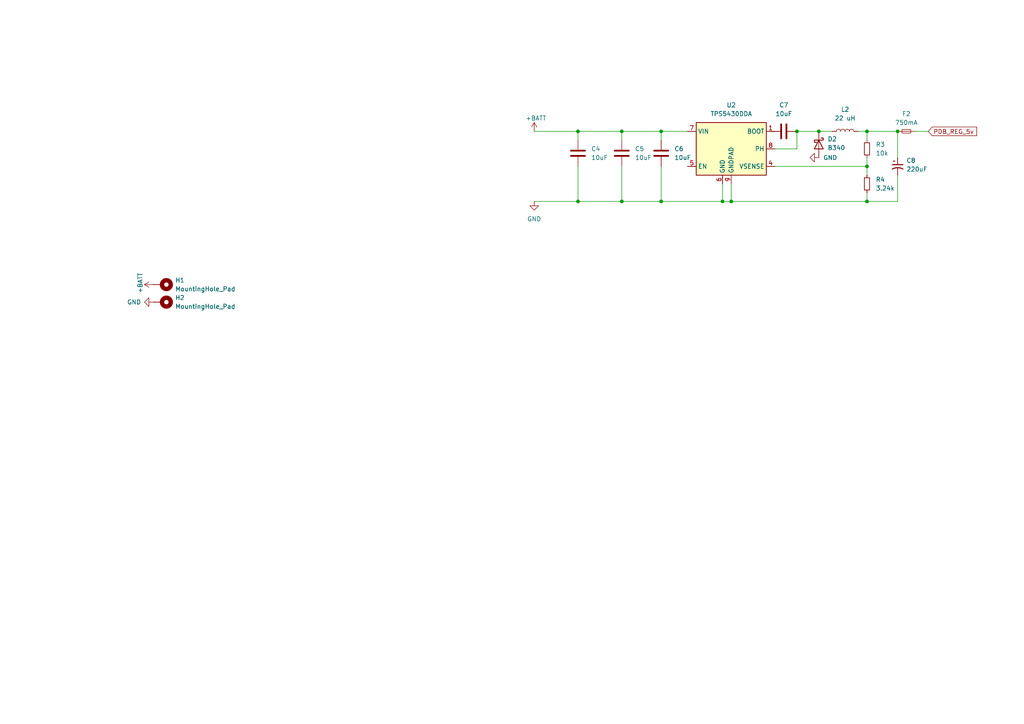
<source format=kicad_sch>
(kicad_sch (version 20211123) (generator eeschema)

  (uuid 51c85ec5-fb47-481e-a4a0-97aa5015a916)

  (paper "A4")

  (lib_symbols
    (symbol "Device:C" (pin_numbers hide) (pin_names (offset 0.254)) (in_bom yes) (on_board yes)
      (property "Reference" "C" (id 0) (at 0.635 2.54 0)
        (effects (font (size 1.27 1.27)) (justify left))
      )
      (property "Value" "C" (id 1) (at 0.635 -2.54 0)
        (effects (font (size 1.27 1.27)) (justify left))
      )
      (property "Footprint" "" (id 2) (at 0.9652 -3.81 0)
        (effects (font (size 1.27 1.27)) hide)
      )
      (property "Datasheet" "~" (id 3) (at 0 0 0)
        (effects (font (size 1.27 1.27)) hide)
      )
      (property "ki_keywords" "cap capacitor" (id 4) (at 0 0 0)
        (effects (font (size 1.27 1.27)) hide)
      )
      (property "ki_description" "Unpolarized capacitor" (id 5) (at 0 0 0)
        (effects (font (size 1.27 1.27)) hide)
      )
      (property "ki_fp_filters" "C_*" (id 6) (at 0 0 0)
        (effects (font (size 1.27 1.27)) hide)
      )
      (symbol "C_0_1"
        (polyline
          (pts
            (xy -2.032 -0.762)
            (xy 2.032 -0.762)
          )
          (stroke (width 0.508) (type default) (color 0 0 0 0))
          (fill (type none))
        )
        (polyline
          (pts
            (xy -2.032 0.762)
            (xy 2.032 0.762)
          )
          (stroke (width 0.508) (type default) (color 0 0 0 0))
          (fill (type none))
        )
      )
      (symbol "C_1_1"
        (pin passive line (at 0 3.81 270) (length 2.794)
          (name "~" (effects (font (size 1.27 1.27))))
          (number "1" (effects (font (size 1.27 1.27))))
        )
        (pin passive line (at 0 -3.81 90) (length 2.794)
          (name "~" (effects (font (size 1.27 1.27))))
          (number "2" (effects (font (size 1.27 1.27))))
        )
      )
    )
    (symbol "Device:C_Polarized_Small_US" (pin_numbers hide) (pin_names (offset 0.254) hide) (in_bom yes) (on_board yes)
      (property "Reference" "C" (id 0) (at 0.254 1.778 0)
        (effects (font (size 1.27 1.27)) (justify left))
      )
      (property "Value" "C_Polarized_Small_US" (id 1) (at 0.254 -2.032 0)
        (effects (font (size 1.27 1.27)) (justify left))
      )
      (property "Footprint" "" (id 2) (at 0 0 0)
        (effects (font (size 1.27 1.27)) hide)
      )
      (property "Datasheet" "~" (id 3) (at 0 0 0)
        (effects (font (size 1.27 1.27)) hide)
      )
      (property "ki_keywords" "cap capacitor" (id 4) (at 0 0 0)
        (effects (font (size 1.27 1.27)) hide)
      )
      (property "ki_description" "Polarized capacitor, small US symbol" (id 5) (at 0 0 0)
        (effects (font (size 1.27 1.27)) hide)
      )
      (property "ki_fp_filters" "CP_*" (id 6) (at 0 0 0)
        (effects (font (size 1.27 1.27)) hide)
      )
      (symbol "C_Polarized_Small_US_0_1"
        (polyline
          (pts
            (xy -1.524 0.508)
            (xy 1.524 0.508)
          )
          (stroke (width 0.3048) (type default) (color 0 0 0 0))
          (fill (type none))
        )
        (polyline
          (pts
            (xy -1.27 1.524)
            (xy -0.762 1.524)
          )
          (stroke (width 0) (type default) (color 0 0 0 0))
          (fill (type none))
        )
        (polyline
          (pts
            (xy -1.016 1.27)
            (xy -1.016 1.778)
          )
          (stroke (width 0) (type default) (color 0 0 0 0))
          (fill (type none))
        )
        (arc (start 1.524 -0.762) (mid 0 -0.3734) (end -1.524 -0.762)
          (stroke (width 0.3048) (type default) (color 0 0 0 0))
          (fill (type none))
        )
      )
      (symbol "C_Polarized_Small_US_1_1"
        (pin passive line (at 0 2.54 270) (length 2.032)
          (name "~" (effects (font (size 1.27 1.27))))
          (number "1" (effects (font (size 1.27 1.27))))
        )
        (pin passive line (at 0 -2.54 90) (length 2.032)
          (name "~" (effects (font (size 1.27 1.27))))
          (number "2" (effects (font (size 1.27 1.27))))
        )
      )
    )
    (symbol "Device:Fuse_Small" (pin_numbers hide) (pin_names (offset 0.254) hide) (in_bom yes) (on_board yes)
      (property "Reference" "F" (id 0) (at 0 -1.524 0)
        (effects (font (size 1.27 1.27)))
      )
      (property "Value" "Fuse_Small" (id 1) (at 0 1.524 0)
        (effects (font (size 1.27 1.27)))
      )
      (property "Footprint" "" (id 2) (at 0 0 0)
        (effects (font (size 1.27 1.27)) hide)
      )
      (property "Datasheet" "~" (id 3) (at 0 0 0)
        (effects (font (size 1.27 1.27)) hide)
      )
      (property "ki_keywords" "fuse" (id 4) (at 0 0 0)
        (effects (font (size 1.27 1.27)) hide)
      )
      (property "ki_description" "Fuse, small symbol" (id 5) (at 0 0 0)
        (effects (font (size 1.27 1.27)) hide)
      )
      (property "ki_fp_filters" "SM*" (id 6) (at 0 0 0)
        (effects (font (size 1.27 1.27)) hide)
      )
      (symbol "Fuse_Small_0_1"
        (rectangle (start -1.27 0.508) (end 1.27 -0.508)
          (stroke (width 0) (type default) (color 0 0 0 0))
          (fill (type none))
        )
        (polyline
          (pts
            (xy -1.27 0)
            (xy 1.27 0)
          )
          (stroke (width 0) (type default) (color 0 0 0 0))
          (fill (type none))
        )
      )
      (symbol "Fuse_Small_1_1"
        (pin passive line (at -2.54 0 0) (length 1.27)
          (name "~" (effects (font (size 1.27 1.27))))
          (number "1" (effects (font (size 1.27 1.27))))
        )
        (pin passive line (at 2.54 0 180) (length 1.27)
          (name "~" (effects (font (size 1.27 1.27))))
          (number "2" (effects (font (size 1.27 1.27))))
        )
      )
    )
    (symbol "Device:L" (pin_numbers hide) (pin_names (offset 1.016) hide) (in_bom yes) (on_board yes)
      (property "Reference" "L" (id 0) (at -1.27 0 90)
        (effects (font (size 1.27 1.27)))
      )
      (property "Value" "L" (id 1) (at 1.905 0 90)
        (effects (font (size 1.27 1.27)))
      )
      (property "Footprint" "" (id 2) (at 0 0 0)
        (effects (font (size 1.27 1.27)) hide)
      )
      (property "Datasheet" "~" (id 3) (at 0 0 0)
        (effects (font (size 1.27 1.27)) hide)
      )
      (property "ki_keywords" "inductor choke coil reactor magnetic" (id 4) (at 0 0 0)
        (effects (font (size 1.27 1.27)) hide)
      )
      (property "ki_description" "Inductor" (id 5) (at 0 0 0)
        (effects (font (size 1.27 1.27)) hide)
      )
      (property "ki_fp_filters" "Choke_* *Coil* Inductor_* L_*" (id 6) (at 0 0 0)
        (effects (font (size 1.27 1.27)) hide)
      )
      (symbol "L_0_1"
        (arc (start 0 -2.54) (mid 0.635 -1.905) (end 0 -1.27)
          (stroke (width 0) (type default) (color 0 0 0 0))
          (fill (type none))
        )
        (arc (start 0 -1.27) (mid 0.635 -0.635) (end 0 0)
          (stroke (width 0) (type default) (color 0 0 0 0))
          (fill (type none))
        )
        (arc (start 0 0) (mid 0.635 0.635) (end 0 1.27)
          (stroke (width 0) (type default) (color 0 0 0 0))
          (fill (type none))
        )
        (arc (start 0 1.27) (mid 0.635 1.905) (end 0 2.54)
          (stroke (width 0) (type default) (color 0 0 0 0))
          (fill (type none))
        )
      )
      (symbol "L_1_1"
        (pin passive line (at 0 3.81 270) (length 1.27)
          (name "1" (effects (font (size 1.27 1.27))))
          (number "1" (effects (font (size 1.27 1.27))))
        )
        (pin passive line (at 0 -3.81 90) (length 1.27)
          (name "2" (effects (font (size 1.27 1.27))))
          (number "2" (effects (font (size 1.27 1.27))))
        )
      )
    )
    (symbol "Device:R_Small" (pin_numbers hide) (pin_names (offset 0.254) hide) (in_bom yes) (on_board yes)
      (property "Reference" "R" (id 0) (at 0.762 0.508 0)
        (effects (font (size 1.27 1.27)) (justify left))
      )
      (property "Value" "R_Small" (id 1) (at 0.762 -1.016 0)
        (effects (font (size 1.27 1.27)) (justify left))
      )
      (property "Footprint" "" (id 2) (at 0 0 0)
        (effects (font (size 1.27 1.27)) hide)
      )
      (property "Datasheet" "~" (id 3) (at 0 0 0)
        (effects (font (size 1.27 1.27)) hide)
      )
      (property "ki_keywords" "R resistor" (id 4) (at 0 0 0)
        (effects (font (size 1.27 1.27)) hide)
      )
      (property "ki_description" "Resistor, small symbol" (id 5) (at 0 0 0)
        (effects (font (size 1.27 1.27)) hide)
      )
      (property "ki_fp_filters" "R_*" (id 6) (at 0 0 0)
        (effects (font (size 1.27 1.27)) hide)
      )
      (symbol "R_Small_0_1"
        (rectangle (start -0.762 1.778) (end 0.762 -1.778)
          (stroke (width 0.2032) (type default) (color 0 0 0 0))
          (fill (type none))
        )
      )
      (symbol "R_Small_1_1"
        (pin passive line (at 0 2.54 270) (length 0.762)
          (name "~" (effects (font (size 1.27 1.27))))
          (number "1" (effects (font (size 1.27 1.27))))
        )
        (pin passive line (at 0 -2.54 90) (length 0.762)
          (name "~" (effects (font (size 1.27 1.27))))
          (number "2" (effects (font (size 1.27 1.27))))
        )
      )
    )
    (symbol "Diode:B340" (pin_numbers hide) (pin_names (offset 1.016) hide) (in_bom yes) (on_board yes)
      (property "Reference" "D" (id 0) (at 0 2.54 0)
        (effects (font (size 1.27 1.27)))
      )
      (property "Value" "B340" (id 1) (at 0 -2.54 0)
        (effects (font (size 1.27 1.27)))
      )
      (property "Footprint" "Diode_SMD:D_SMC" (id 2) (at 0 -4.445 0)
        (effects (font (size 1.27 1.27)) hide)
      )
      (property "Datasheet" "http://www.jameco.com/Jameco/Products/ProdDS/1538777.pdf" (id 3) (at 0 0 0)
        (effects (font (size 1.27 1.27)) hide)
      )
      (property "ki_keywords" "diode Schottky" (id 4) (at 0 0 0)
        (effects (font (size 1.27 1.27)) hide)
      )
      (property "ki_description" "40V 3A Schottky Barrier Rectifier Diode, SMC" (id 5) (at 0 0 0)
        (effects (font (size 1.27 1.27)) hide)
      )
      (property "ki_fp_filters" "D*SMC*" (id 6) (at 0 0 0)
        (effects (font (size 1.27 1.27)) hide)
      )
      (symbol "B340_0_1"
        (polyline
          (pts
            (xy 1.27 0)
            (xy -1.27 0)
          )
          (stroke (width 0) (type default) (color 0 0 0 0))
          (fill (type none))
        )
        (polyline
          (pts
            (xy 1.27 1.27)
            (xy 1.27 -1.27)
            (xy -1.27 0)
            (xy 1.27 1.27)
          )
          (stroke (width 0.254) (type default) (color 0 0 0 0))
          (fill (type none))
        )
        (polyline
          (pts
            (xy -1.905 0.635)
            (xy -1.905 1.27)
            (xy -1.27 1.27)
            (xy -1.27 -1.27)
            (xy -0.635 -1.27)
            (xy -0.635 -0.635)
          )
          (stroke (width 0.254) (type default) (color 0 0 0 0))
          (fill (type none))
        )
      )
      (symbol "B340_1_1"
        (pin passive line (at -3.81 0 0) (length 2.54)
          (name "K" (effects (font (size 1.27 1.27))))
          (number "1" (effects (font (size 1.27 1.27))))
        )
        (pin passive line (at 3.81 0 180) (length 2.54)
          (name "A" (effects (font (size 1.27 1.27))))
          (number "2" (effects (font (size 1.27 1.27))))
        )
      )
    )
    (symbol "Mechanical:MountingHole_Pad" (pin_numbers hide) (pin_names (offset 1.016) hide) (in_bom yes) (on_board yes)
      (property "Reference" "H" (id 0) (at 0 6.35 0)
        (effects (font (size 1.27 1.27)))
      )
      (property "Value" "MountingHole_Pad" (id 1) (at 0 4.445 0)
        (effects (font (size 1.27 1.27)))
      )
      (property "Footprint" "" (id 2) (at 0 0 0)
        (effects (font (size 1.27 1.27)) hide)
      )
      (property "Datasheet" "~" (id 3) (at 0 0 0)
        (effects (font (size 1.27 1.27)) hide)
      )
      (property "ki_keywords" "mounting hole" (id 4) (at 0 0 0)
        (effects (font (size 1.27 1.27)) hide)
      )
      (property "ki_description" "Mounting Hole with connection" (id 5) (at 0 0 0)
        (effects (font (size 1.27 1.27)) hide)
      )
      (property "ki_fp_filters" "MountingHole*Pad*" (id 6) (at 0 0 0)
        (effects (font (size 1.27 1.27)) hide)
      )
      (symbol "MountingHole_Pad_0_1"
        (circle (center 0 1.27) (radius 1.27)
          (stroke (width 1.27) (type default) (color 0 0 0 0))
          (fill (type none))
        )
      )
      (symbol "MountingHole_Pad_1_1"
        (pin input line (at 0 -2.54 90) (length 2.54)
          (name "1" (effects (font (size 1.27 1.27))))
          (number "1" (effects (font (size 1.27 1.27))))
        )
      )
    )
    (symbol "Regulator_Switching:TPS5430DDA" (in_bom yes) (on_board yes)
      (property "Reference" "U" (id 0) (at -10.16 8.89 0)
        (effects (font (size 1.27 1.27)) (justify left))
      )
      (property "Value" "TPS5430DDA" (id 1) (at -1.27 8.89 0)
        (effects (font (size 1.27 1.27)) (justify left))
      )
      (property "Footprint" "Package_SO:TI_SO-PowerPAD-8_ThermalVias" (id 2) (at 1.27 -8.89 0)
        (effects (font (size 1.27 1.27) italic) (justify left) hide)
      )
      (property "Datasheet" "http://www.ti.com/lit/ds/symlink/tps5430.pdf" (id 3) (at 0 0 0)
        (effects (font (size 1.27 1.27)) hide)
      )
      (property "ki_keywords" "Step-Down DC-DC Switching Regulator" (id 4) (at 0 0 0)
        (effects (font (size 1.27 1.27)) hide)
      )
      (property "ki_description" "3A, Step Down Swift Converter, Adjustable Output Voltage, 5.5-36V Input Voltage, PowerSO-8" (id 5) (at 0 0 0)
        (effects (font (size 1.27 1.27)) hide)
      )
      (property "ki_fp_filters" "TI*SO*PowerPAD*ThermalVias*" (id 6) (at 0 0 0)
        (effects (font (size 1.27 1.27)) hide)
      )
      (symbol "TPS5430DDA_0_1"
        (rectangle (start -10.16 7.62) (end 10.16 -7.62)
          (stroke (width 0.254) (type default) (color 0 0 0 0))
          (fill (type background))
        )
      )
      (symbol "TPS5430DDA_1_1"
        (pin input line (at 12.7 5.08 180) (length 2.54)
          (name "BOOT" (effects (font (size 1.27 1.27))))
          (number "1" (effects (font (size 1.27 1.27))))
        )
        (pin no_connect line (at -10.16 2.54 0) (length 2.54) hide
          (name "NC" (effects (font (size 1.27 1.27))))
          (number "2" (effects (font (size 1.27 1.27))))
        )
        (pin no_connect line (at -10.16 -2.54 0) (length 2.54) hide
          (name "NC" (effects (font (size 1.27 1.27))))
          (number "3" (effects (font (size 1.27 1.27))))
        )
        (pin input line (at 12.7 -5.08 180) (length 2.54)
          (name "VSENSE" (effects (font (size 1.27 1.27))))
          (number "4" (effects (font (size 1.27 1.27))))
        )
        (pin input line (at -12.7 -5.08 0) (length 2.54)
          (name "EN" (effects (font (size 1.27 1.27))))
          (number "5" (effects (font (size 1.27 1.27))))
        )
        (pin power_in line (at -2.54 -10.16 90) (length 2.54)
          (name "GND" (effects (font (size 1.27 1.27))))
          (number "6" (effects (font (size 1.27 1.27))))
        )
        (pin power_in line (at -12.7 5.08 0) (length 2.54)
          (name "VIN" (effects (font (size 1.27 1.27))))
          (number "7" (effects (font (size 1.27 1.27))))
        )
        (pin output line (at 12.7 0 180) (length 2.54)
          (name "PH" (effects (font (size 1.27 1.27))))
          (number "8" (effects (font (size 1.27 1.27))))
        )
        (pin power_in line (at 0 -10.16 90) (length 2.54)
          (name "GNDPAD" (effects (font (size 1.27 1.27))))
          (number "9" (effects (font (size 1.27 1.27))))
        )
      )
    )
    (symbol "power:+BATT" (power) (pin_names (offset 0)) (in_bom yes) (on_board yes)
      (property "Reference" "#PWR" (id 0) (at 0 -3.81 0)
        (effects (font (size 1.27 1.27)) hide)
      )
      (property "Value" "+BATT" (id 1) (at 0 3.556 0)
        (effects (font (size 1.27 1.27)))
      )
      (property "Footprint" "" (id 2) (at 0 0 0)
        (effects (font (size 1.27 1.27)) hide)
      )
      (property "Datasheet" "" (id 3) (at 0 0 0)
        (effects (font (size 1.27 1.27)) hide)
      )
      (property "ki_keywords" "power-flag battery" (id 4) (at 0 0 0)
        (effects (font (size 1.27 1.27)) hide)
      )
      (property "ki_description" "Power symbol creates a global label with name \"+BATT\"" (id 5) (at 0 0 0)
        (effects (font (size 1.27 1.27)) hide)
      )
      (symbol "+BATT_0_1"
        (polyline
          (pts
            (xy -0.762 1.27)
            (xy 0 2.54)
          )
          (stroke (width 0) (type default) (color 0 0 0 0))
          (fill (type none))
        )
        (polyline
          (pts
            (xy 0 0)
            (xy 0 2.54)
          )
          (stroke (width 0) (type default) (color 0 0 0 0))
          (fill (type none))
        )
        (polyline
          (pts
            (xy 0 2.54)
            (xy 0.762 1.27)
          )
          (stroke (width 0) (type default) (color 0 0 0 0))
          (fill (type none))
        )
      )
      (symbol "+BATT_1_1"
        (pin power_in line (at 0 0 90) (length 0) hide
          (name "+BATT" (effects (font (size 1.27 1.27))))
          (number "1" (effects (font (size 1.27 1.27))))
        )
      )
    )
    (symbol "power:GND" (power) (pin_names (offset 0)) (in_bom yes) (on_board yes)
      (property "Reference" "#PWR" (id 0) (at 0 -6.35 0)
        (effects (font (size 1.27 1.27)) hide)
      )
      (property "Value" "GND" (id 1) (at 0 -3.81 0)
        (effects (font (size 1.27 1.27)))
      )
      (property "Footprint" "" (id 2) (at 0 0 0)
        (effects (font (size 1.27 1.27)) hide)
      )
      (property "Datasheet" "" (id 3) (at 0 0 0)
        (effects (font (size 1.27 1.27)) hide)
      )
      (property "ki_keywords" "power-flag" (id 4) (at 0 0 0)
        (effects (font (size 1.27 1.27)) hide)
      )
      (property "ki_description" "Power symbol creates a global label with name \"GND\" , ground" (id 5) (at 0 0 0)
        (effects (font (size 1.27 1.27)) hide)
      )
      (symbol "GND_0_1"
        (polyline
          (pts
            (xy 0 0)
            (xy 0 -1.27)
            (xy 1.27 -1.27)
            (xy 0 -2.54)
            (xy -1.27 -1.27)
            (xy 0 -1.27)
          )
          (stroke (width 0) (type default) (color 0 0 0 0))
          (fill (type none))
        )
      )
      (symbol "GND_1_1"
        (pin power_in line (at 0 0 270) (length 0) hide
          (name "GND" (effects (font (size 1.27 1.27))))
          (number "1" (effects (font (size 1.27 1.27))))
        )
      )
    )
  )

  (junction (at 251.46 38.1) (diameter 0) (color 0 0 0 0)
    (uuid 0e5f9c8a-46f0-4a7f-8b06-d84927788653)
  )
  (junction (at 251.46 48.26) (diameter 0) (color 0 0 0 0)
    (uuid 3be19b56-736e-4fcc-ac63-4334515ec4c7)
  )
  (junction (at 180.34 58.42) (diameter 0) (color 0 0 0 0)
    (uuid 4bc7810d-2edf-41d0-8d9a-064d5de1e6fa)
  )
  (junction (at 231.14 38.1) (diameter 0) (color 0 0 0 0)
    (uuid 6f80b11d-caad-4ab4-8dea-7cb684fcab22)
  )
  (junction (at 180.34 38.1) (diameter 0) (color 0 0 0 0)
    (uuid 7adbf214-2c3f-4cc5-958f-df87c032834d)
  )
  (junction (at 260.35 38.1) (diameter 0) (color 0 0 0 0)
    (uuid a73b8df7-8ba1-4215-bf99-94285653343b)
  )
  (junction (at 191.77 38.1) (diameter 0) (color 0 0 0 0)
    (uuid a7d2bd89-8faf-4b81-a050-b2d1bbac82e5)
  )
  (junction (at 251.46 58.42) (diameter 0) (color 0 0 0 0)
    (uuid c488ccdb-d35c-4188-8f4b-68b2a6c7a56e)
  )
  (junction (at 212.09 58.42) (diameter 0) (color 0 0 0 0)
    (uuid c9cd17cc-9a6a-4e76-8e40-fd93e3bbfef3)
  )
  (junction (at 209.55 58.42) (diameter 0) (color 0 0 0 0)
    (uuid d4db577d-1a30-4666-8595-e2bc26e63710)
  )
  (junction (at 191.77 58.42) (diameter 0) (color 0 0 0 0)
    (uuid da34a43e-a66a-4414-a90f-9170d8c25c25)
  )
  (junction (at 167.64 38.1) (diameter 0) (color 0 0 0 0)
    (uuid dd607103-ece0-4125-ac53-f8e3e3122b19)
  )
  (junction (at 237.49 38.1) (diameter 0) (color 0 0 0 0)
    (uuid e0b14dba-0283-4461-a91c-c4931e26f44e)
  )
  (junction (at 167.64 58.42) (diameter 0) (color 0 0 0 0)
    (uuid e687070d-1614-4cf5-ab6b-c844484c2b24)
  )

  (wire (pts (xy 191.77 48.26) (xy 191.77 58.42))
    (stroke (width 0) (type default) (color 0 0 0 0))
    (uuid 006e935d-caba-4a35-a635-2d96a41d980f)
  )
  (wire (pts (xy 167.64 40.64) (xy 167.64 38.1))
    (stroke (width 0) (type default) (color 0 0 0 0))
    (uuid 014c7aad-5b85-4b33-a519-9793710e49ca)
  )
  (wire (pts (xy 231.14 38.1) (xy 237.49 38.1))
    (stroke (width 0) (type default) (color 0 0 0 0))
    (uuid 027687fc-8373-4075-8c59-ce4add83bde9)
  )
  (wire (pts (xy 180.34 40.64) (xy 180.34 38.1))
    (stroke (width 0) (type default) (color 0 0 0 0))
    (uuid 07c1cc59-0305-4589-82b6-4f27b7fd1890)
  )
  (wire (pts (xy 167.64 38.1) (xy 180.34 38.1))
    (stroke (width 0) (type default) (color 0 0 0 0))
    (uuid 0f412bdd-38f1-44e8-9370-24571d65f74a)
  )
  (wire (pts (xy 251.46 48.26) (xy 251.46 50.8))
    (stroke (width 0) (type default) (color 0 0 0 0))
    (uuid 113c63dc-7b0d-4ca8-bb22-72ca7ca9d66a)
  )
  (wire (pts (xy 154.94 58.42) (xy 167.64 58.42))
    (stroke (width 0) (type default) (color 0 0 0 0))
    (uuid 1a61bccb-23b3-4ca1-a1b2-dfc10d74e161)
  )
  (wire (pts (xy 251.46 45.72) (xy 251.46 48.26))
    (stroke (width 0) (type default) (color 0 0 0 0))
    (uuid 1ee34676-fd5f-433f-b94f-ffe13654e014)
  )
  (wire (pts (xy 260.35 58.42) (xy 251.46 58.42))
    (stroke (width 0) (type default) (color 0 0 0 0))
    (uuid 1fd3ec0d-a3e3-4f7a-a5f0-2f455ca43f4b)
  )
  (wire (pts (xy 212.09 58.42) (xy 212.09 53.34))
    (stroke (width 0) (type default) (color 0 0 0 0))
    (uuid 2aef9fce-91c8-42a3-801e-fecbdb974b84)
  )
  (wire (pts (xy 212.09 58.42) (xy 251.46 58.42))
    (stroke (width 0) (type default) (color 0 0 0 0))
    (uuid 2cf65f36-fcc8-4dba-8de6-4a3218a6735d)
  )
  (wire (pts (xy 154.94 38.1) (xy 167.64 38.1))
    (stroke (width 0) (type default) (color 0 0 0 0))
    (uuid 30214b80-269a-4fad-bfcc-7270366ffdc4)
  )
  (wire (pts (xy 180.34 38.1) (xy 191.77 38.1))
    (stroke (width 0) (type default) (color 0 0 0 0))
    (uuid 5b54edb0-2545-4e27-b475-7c4551e531cd)
  )
  (wire (pts (xy 248.92 38.1) (xy 251.46 38.1))
    (stroke (width 0) (type default) (color 0 0 0 0))
    (uuid 6572fd82-bba8-4674-b626-f954032113ec)
  )
  (wire (pts (xy 251.46 38.1) (xy 251.46 40.64))
    (stroke (width 0) (type default) (color 0 0 0 0))
    (uuid 7008665b-9deb-43ab-809e-6279aa51eb5e)
  )
  (wire (pts (xy 191.77 58.42) (xy 209.55 58.42))
    (stroke (width 0) (type default) (color 0 0 0 0))
    (uuid 7ef5f83f-d49a-42c1-9430-fc97ae767a96)
  )
  (wire (pts (xy 180.34 58.42) (xy 191.77 58.42))
    (stroke (width 0) (type default) (color 0 0 0 0))
    (uuid 8072bba4-ab38-4c01-a554-39e254cf4ed5)
  )
  (wire (pts (xy 231.14 43.18) (xy 224.79 43.18))
    (stroke (width 0) (type default) (color 0 0 0 0))
    (uuid 83e08bfc-f73d-4e29-b471-2df994d5703e)
  )
  (wire (pts (xy 209.55 58.42) (xy 212.09 58.42))
    (stroke (width 0) (type default) (color 0 0 0 0))
    (uuid 9d9c1c5d-ad06-4a6c-be3c-340f854ec67f)
  )
  (wire (pts (xy 224.79 48.26) (xy 251.46 48.26))
    (stroke (width 0) (type default) (color 0 0 0 0))
    (uuid a0b3dd8b-8173-4b94-8e28-f07dcb055181)
  )
  (wire (pts (xy 209.55 58.42) (xy 209.55 53.34))
    (stroke (width 0) (type default) (color 0 0 0 0))
    (uuid a41c32cc-b88f-451c-afa7-94f91c9d2fff)
  )
  (wire (pts (xy 237.49 38.1) (xy 241.3 38.1))
    (stroke (width 0) (type default) (color 0 0 0 0))
    (uuid a4cc5f99-b3a8-4b11-9694-6257693f333f)
  )
  (wire (pts (xy 180.34 48.26) (xy 180.34 58.42))
    (stroke (width 0) (type default) (color 0 0 0 0))
    (uuid a52ef8cf-a312-49b1-8605-7dd8a6cda81d)
  )
  (wire (pts (xy 191.77 38.1) (xy 199.39 38.1))
    (stroke (width 0) (type default) (color 0 0 0 0))
    (uuid a574cace-e729-4fd0-9141-b865361c82e3)
  )
  (wire (pts (xy 260.35 38.1) (xy 251.46 38.1))
    (stroke (width 0) (type default) (color 0 0 0 0))
    (uuid abc7a1ae-e5f6-4e2f-860c-ee22bc42a457)
  )
  (wire (pts (xy 260.35 45.72) (xy 260.35 38.1))
    (stroke (width 0) (type default) (color 0 0 0 0))
    (uuid affafc35-38bc-4629-8b34-1cc566e4ebe3)
  )
  (wire (pts (xy 167.64 58.42) (xy 180.34 58.42))
    (stroke (width 0) (type default) (color 0 0 0 0))
    (uuid bf3db530-fa8a-4a64-b8b2-c8ad6a3c3d3c)
  )
  (wire (pts (xy 224.79 38.1) (xy 223.52 38.1))
    (stroke (width 0) (type default) (color 0 0 0 0))
    (uuid c3d00e2c-5161-47ac-b1f3-148d15f3aa8f)
  )
  (wire (pts (xy 260.35 50.8) (xy 260.35 58.42))
    (stroke (width 0) (type default) (color 0 0 0 0))
    (uuid c4f75a69-eaf0-4217-ae06-14bb5fc15a5e)
  )
  (wire (pts (xy 191.77 40.64) (xy 191.77 38.1))
    (stroke (width 0) (type default) (color 0 0 0 0))
    (uuid d705742d-dedc-45cf-9b7a-8d57c2fa3853)
  )
  (wire (pts (xy 167.64 48.26) (xy 167.64 58.42))
    (stroke (width 0) (type default) (color 0 0 0 0))
    (uuid e81a813b-e63f-4635-829d-7032820c9554)
  )
  (wire (pts (xy 231.14 38.1) (xy 231.14 43.18))
    (stroke (width 0) (type default) (color 0 0 0 0))
    (uuid f17de119-117a-45fc-a9d6-169d1153a5a2)
  )
  (wire (pts (xy 265.43 38.1) (xy 269.24 38.1))
    (stroke (width 0) (type default) (color 0 0 0 0))
    (uuid f7d086ef-959b-49a3-9603-1cf6876c41b6)
  )
  (wire (pts (xy 251.46 55.88) (xy 251.46 58.42))
    (stroke (width 0) (type default) (color 0 0 0 0))
    (uuid fdefbd03-0455-46e5-822f-e1dad56d7f02)
  )

  (global_label "PDB_REG_5v" (shape input) (at 269.24 38.1 0) (fields_autoplaced)
    (effects (font (size 1.27 1.27)) (justify left))
    (uuid 599c006e-56d0-4b16-9edf-4e9b0272eb37)
    (property "Intersheet References" "${INTERSHEET_REFS}" (id 0) (at 283.2645 38.0206 0)
      (effects (font (size 1.27 1.27)) (justify left) hide)
    )
  )

  (symbol (lib_id "Device:R_Small") (at 251.46 43.18 0) (unit 1)
    (in_bom yes) (on_board yes) (fields_autoplaced)
    (uuid 068baa60-2957-4ecc-b68b-8404ef5e2d71)
    (property "Reference" "R3" (id 0) (at 254 41.9099 0)
      (effects (font (size 1.27 1.27)) (justify left))
    )
    (property "Value" "10k" (id 1) (at 254 44.4499 0)
      (effects (font (size 1.27 1.27)) (justify left))
    )
    (property "Footprint" "Resistor_SMD:R_0603_1608Metric" (id 2) (at 251.46 43.18 0)
      (effects (font (size 1.27 1.27)) hide)
    )
    (property "Datasheet" "~" (id 3) (at 251.46 43.18 0)
      (effects (font (size 1.27 1.27)) hide)
    )
    (pin "1" (uuid c583604a-bcfb-40d8-a6cd-3e8e5fc687ec))
    (pin "2" (uuid f9e3e2c3-ee92-4cda-856a-b58782945b2f))
  )

  (symbol (lib_id "Mechanical:MountingHole_Pad") (at 46.99 87.63 270) (unit 1)
    (in_bom yes) (on_board yes) (fields_autoplaced)
    (uuid 3a6c53c6-a440-4fe1-9794-02a595fadc94)
    (property "Reference" "H2" (id 0) (at 50.8 86.3599 90)
      (effects (font (size 1.27 1.27)) (justify left))
    )
    (property "Value" "MountingHole_Pad" (id 1) (at 50.8 88.8999 90)
      (effects (font (size 1.27 1.27)) (justify left))
    )
    (property "Footprint" "MountingHole:MountingHole_2.5mm_Pad" (id 2) (at 46.99 87.63 0)
      (effects (font (size 1.27 1.27)) hide)
    )
    (property "Datasheet" "~" (id 3) (at 46.99 87.63 0)
      (effects (font (size 1.27 1.27)) hide)
    )
    (pin "1" (uuid 6de3291b-7914-4c07-b7a8-e9021ec414c7))
  )

  (symbol (lib_id "Device:Fuse_Small") (at 262.89 38.1 0) (unit 1)
    (in_bom yes) (on_board yes) (fields_autoplaced)
    (uuid 413eeece-aeaf-4634-b27a-d8488016c0f5)
    (property "Reference" "F2" (id 0) (at 262.89 33.02 0))
    (property "Value" "750mA" (id 1) (at 262.89 35.56 0))
    (property "Footprint" "Fuse:Fuse_0603_1608Metric" (id 2) (at 262.89 38.1 0)
      (effects (font (size 1.27 1.27)) hide)
    )
    (property "Datasheet" "~" (id 3) (at 262.89 38.1 0)
      (effects (font (size 1.27 1.27)) hide)
    )
    (pin "1" (uuid 78e37123-9009-4fa7-806b-d9a82d0271e6))
    (pin "2" (uuid 27dd5596-47ff-4c51-bcec-b11edc7ceb79))
  )

  (symbol (lib_id "power:+BATT") (at 154.94 38.1 0) (mirror y) (unit 1)
    (in_bom yes) (on_board yes)
    (uuid 46b54f74-ac8e-47d8-ba26-911b4e2bd4f7)
    (property "Reference" "#PWR07" (id 0) (at 154.94 41.91 0)
      (effects (font (size 1.27 1.27)) hide)
    )
    (property "Value" "+BATT" (id 1) (at 152.4 34.29 0)
      (effects (font (size 1.27 1.27)) (justify right))
    )
    (property "Footprint" "" (id 2) (at 154.94 38.1 0)
      (effects (font (size 1.27 1.27)) hide)
    )
    (property "Datasheet" "" (id 3) (at 154.94 38.1 0)
      (effects (font (size 1.27 1.27)) hide)
    )
    (pin "1" (uuid ec7de455-be58-4cb7-8d40-2da23891ce13))
  )

  (symbol (lib_id "power:GND") (at 154.94 58.42 0) (unit 1)
    (in_bom yes) (on_board yes) (fields_autoplaced)
    (uuid 4af719d5-35e7-467b-ba3a-7ea953fbe885)
    (property "Reference" "#PWR08" (id 0) (at 154.94 64.77 0)
      (effects (font (size 1.27 1.27)) hide)
    )
    (property "Value" "GND" (id 1) (at 154.94 63.5 0))
    (property "Footprint" "" (id 2) (at 154.94 58.42 0)
      (effects (font (size 1.27 1.27)) hide)
    )
    (property "Datasheet" "" (id 3) (at 154.94 58.42 0)
      (effects (font (size 1.27 1.27)) hide)
    )
    (pin "1" (uuid 18916b18-1c8d-41dc-83ce-f9e2601bc0ab))
  )

  (symbol (lib_id "Device:R_Small") (at 251.46 53.34 0) (unit 1)
    (in_bom yes) (on_board yes) (fields_autoplaced)
    (uuid 5d20b027-a6a0-44eb-af40-066b4e8990ff)
    (property "Reference" "R4" (id 0) (at 254 52.0699 0)
      (effects (font (size 1.27 1.27)) (justify left))
    )
    (property "Value" "3.24k" (id 1) (at 254 54.6099 0)
      (effects (font (size 1.27 1.27)) (justify left))
    )
    (property "Footprint" "Resistor_SMD:R_0603_1608Metric" (id 2) (at 251.46 53.34 0)
      (effects (font (size 1.27 1.27)) hide)
    )
    (property "Datasheet" "~" (id 3) (at 251.46 53.34 0)
      (effects (font (size 1.27 1.27)) hide)
    )
    (pin "1" (uuid 201be0d6-515c-417c-bc22-fbf19f85ab33))
    (pin "2" (uuid dcf1936f-d52e-4379-9294-6baa87e2d239))
  )

  (symbol (lib_id "Diode:B340") (at 237.49 41.91 270) (unit 1)
    (in_bom yes) (on_board yes) (fields_autoplaced)
    (uuid 62cfadf8-1886-4f41-b598-a5c3eb4b56ed)
    (property "Reference" "D2" (id 0) (at 240.03 40.3224 90)
      (effects (font (size 1.27 1.27)) (justify left))
    )
    (property "Value" "B340" (id 1) (at 240.03 42.8624 90)
      (effects (font (size 1.27 1.27)) (justify left))
    )
    (property "Footprint" "Diode_SMD:D_SMC" (id 2) (at 233.045 41.91 0)
      (effects (font (size 1.27 1.27)) hide)
    )
    (property "Datasheet" "http://www.jameco.com/Jameco/Products/ProdDS/1538777.pdf" (id 3) (at 237.49 41.91 0)
      (effects (font (size 1.27 1.27)) hide)
    )
    (pin "1" (uuid a2183eda-138a-4164-8c35-f042f0afee7c))
    (pin "2" (uuid 7ca67cd7-e0fd-4a87-ae86-3996428445a4))
  )

  (symbol (lib_id "Device:C") (at 180.34 44.45 0) (unit 1)
    (in_bom yes) (on_board yes) (fields_autoplaced)
    (uuid 6b17c206-87c4-4cb7-b553-726dfac276ef)
    (property "Reference" "C5" (id 0) (at 184.15 43.1799 0)
      (effects (font (size 1.27 1.27)) (justify left))
    )
    (property "Value" "10uF" (id 1) (at 184.15 45.7199 0)
      (effects (font (size 1.27 1.27)) (justify left))
    )
    (property "Footprint" "Capacitor_SMD:C_0402_1005Metric" (id 2) (at 181.3052 48.26 0)
      (effects (font (size 1.27 1.27)) hide)
    )
    (property "Datasheet" "~" (id 3) (at 180.34 44.45 0)
      (effects (font (size 1.27 1.27)) hide)
    )
    (pin "1" (uuid 4764ece5-3feb-49b4-8a83-641a7b29357b))
    (pin "2" (uuid 0186b479-1856-4587-b6db-f55c98f8fa63))
  )

  (symbol (lib_id "Device:C_Polarized_Small_US") (at 260.35 48.26 0) (unit 1)
    (in_bom yes) (on_board yes) (fields_autoplaced)
    (uuid 787d6add-3b15-4752-8efd-34cfa9ae6205)
    (property "Reference" "C8" (id 0) (at 262.89 46.5581 0)
      (effects (font (size 1.27 1.27)) (justify left))
    )
    (property "Value" "220uF" (id 1) (at 262.89 49.0981 0)
      (effects (font (size 1.27 1.27)) (justify left))
    )
    (property "Footprint" "Capacitor_SMD:CP_Elec_10x10" (id 2) (at 260.35 48.26 0)
      (effects (font (size 1.27 1.27)) hide)
    )
    (property "Datasheet" "~" (id 3) (at 260.35 48.26 0)
      (effects (font (size 1.27 1.27)) hide)
    )
    (pin "1" (uuid f49883f4-fd59-4a55-bab3-55b1fd075da8))
    (pin "2" (uuid 9d005584-058e-4e44-8f57-ae79628975ee))
  )

  (symbol (lib_id "power:GND") (at 44.45 87.63 270) (unit 1)
    (in_bom yes) (on_board yes)
    (uuid 8212b0c8-25a9-4e8b-b9fd-f2ee9ce371c6)
    (property "Reference" "#PWR02" (id 0) (at 38.1 87.63 0)
      (effects (font (size 1.27 1.27)) hide)
    )
    (property "Value" "GND" (id 1) (at 36.83 87.63 90)
      (effects (font (size 1.27 1.27)) (justify left))
    )
    (property "Footprint" "" (id 2) (at 44.45 87.63 0)
      (effects (font (size 1.27 1.27)) hide)
    )
    (property "Datasheet" "" (id 3) (at 44.45 87.63 0)
      (effects (font (size 1.27 1.27)) hide)
    )
    (pin "1" (uuid 87b2f64e-5455-4d7a-a03d-1801d48338fc))
  )

  (symbol (lib_id "power:+BATT") (at 44.45 82.55 90) (mirror x) (unit 1)
    (in_bom yes) (on_board yes)
    (uuid 835d6aa7-3e66-4a05-b7ec-ff0043316fe4)
    (property "Reference" "#PWR01" (id 0) (at 48.26 82.55 0)
      (effects (font (size 1.27 1.27)) hide)
    )
    (property "Value" "+BATT" (id 1) (at 40.64 85.09 0)
      (effects (font (size 1.27 1.27)) (justify right))
    )
    (property "Footprint" "" (id 2) (at 44.45 82.55 0)
      (effects (font (size 1.27 1.27)) hide)
    )
    (property "Datasheet" "" (id 3) (at 44.45 82.55 0)
      (effects (font (size 1.27 1.27)) hide)
    )
    (pin "1" (uuid bdaa0084-a967-40c6-b030-a2acb5ac79c2))
  )

  (symbol (lib_id "Device:L") (at 245.11 38.1 90) (unit 1)
    (in_bom yes) (on_board yes) (fields_autoplaced)
    (uuid 9d1e71ab-8c4c-4696-88e6-48d2251188b2)
    (property "Reference" "L2" (id 0) (at 245.11 31.75 90))
    (property "Value" "22 uH" (id 1) (at 245.11 34.29 90))
    (property "Footprint" "Inductor_SMD:L_0805_2012Metric" (id 2) (at 245.11 38.1 0)
      (effects (font (size 1.27 1.27)) hide)
    )
    (property "Datasheet" "~" (id 3) (at 245.11 38.1 0)
      (effects (font (size 1.27 1.27)) hide)
    )
    (pin "1" (uuid f28dd373-85f4-427e-acc0-678a1b6f94b9))
    (pin "2" (uuid a41eb852-6c88-4493-9500-9dee4ee6881f))
  )

  (symbol (lib_id "Device:C") (at 167.64 44.45 0) (unit 1)
    (in_bom yes) (on_board yes) (fields_autoplaced)
    (uuid 9eadab29-a355-455d-bb2c-bdca35fd0abd)
    (property "Reference" "C4" (id 0) (at 171.45 43.1799 0)
      (effects (font (size 1.27 1.27)) (justify left))
    )
    (property "Value" "10uF" (id 1) (at 171.45 45.7199 0)
      (effects (font (size 1.27 1.27)) (justify left))
    )
    (property "Footprint" "Capacitor_SMD:C_0402_1005Metric" (id 2) (at 168.6052 48.26 0)
      (effects (font (size 1.27 1.27)) hide)
    )
    (property "Datasheet" "~" (id 3) (at 167.64 44.45 0)
      (effects (font (size 1.27 1.27)) hide)
    )
    (pin "1" (uuid 6cf60b6f-f761-48df-ac17-c49d97f35614))
    (pin "2" (uuid e241c705-064d-46a7-9622-c06b0f34b0f7))
  )

  (symbol (lib_id "power:GND") (at 237.49 45.72 270) (unit 1)
    (in_bom yes) (on_board yes) (fields_autoplaced)
    (uuid a46dcaa3-b128-43cc-8c33-3f8a351a67c6)
    (property "Reference" "#PWR09" (id 0) (at 231.14 45.72 0)
      (effects (font (size 1.27 1.27)) hide)
    )
    (property "Value" "GND" (id 1) (at 238.76 45.7199 90)
      (effects (font (size 1.27 1.27)) (justify left))
    )
    (property "Footprint" "" (id 2) (at 237.49 45.72 0)
      (effects (font (size 1.27 1.27)) hide)
    )
    (property "Datasheet" "" (id 3) (at 237.49 45.72 0)
      (effects (font (size 1.27 1.27)) hide)
    )
    (pin "1" (uuid 4c090b61-0f87-4e9e-87f1-024fbd1cc4f3))
  )

  (symbol (lib_id "Regulator_Switching:TPS5430DDA") (at 212.09 43.18 0) (unit 1)
    (in_bom yes) (on_board yes)
    (uuid a51f8e8e-388c-4cb6-8838-a47d61896114)
    (property "Reference" "U2" (id 0) (at 212.09 30.48 0))
    (property "Value" "TPS5430DDA" (id 1) (at 212.09 33.02 0))
    (property "Footprint" "Package_SO:TI_SO-PowerPAD-8_ThermalVias" (id 2) (at 213.36 52.07 0)
      (effects (font (size 1.27 1.27) italic) (justify left) hide)
    )
    (property "Datasheet" "http://www.ti.com/lit/ds/symlink/tps5430.pdf" (id 3) (at 212.09 43.18 0)
      (effects (font (size 1.27 1.27)) hide)
    )
    (pin "1" (uuid ebfe6cd5-c34f-472c-b02a-f303b97a9934))
    (pin "2" (uuid cc60b77b-431f-4887-9f6b-8e6a00fa0ff6))
    (pin "3" (uuid 75664c56-e719-46fe-84d6-972ab7aa6379))
    (pin "4" (uuid 54deaca9-228a-4269-a418-f5daf8793292))
    (pin "5" (uuid 7ae38992-a303-4727-834d-844abf78326c))
    (pin "6" (uuid a9857025-daea-466d-b4e1-77673949d25d))
    (pin "7" (uuid 458b3cf9-4f25-4c28-951f-12fc5940918a))
    (pin "8" (uuid 93a9846f-62df-444c-9c3a-55deccc60b3a))
    (pin "9" (uuid 8ebcdfa0-9afd-4bf5-8b3a-9876b29de2c1))
  )

  (symbol (lib_id "Device:C") (at 227.33 38.1 90) (unit 1)
    (in_bom yes) (on_board yes)
    (uuid da846003-8959-497a-acac-b780803ddf0a)
    (property "Reference" "C7" (id 0) (at 227.33 30.48 90))
    (property "Value" "10uF" (id 1) (at 227.33 33.02 90))
    (property "Footprint" "Capacitor_SMD:C_0402_1005Metric" (id 2) (at 231.14 37.1348 0)
      (effects (font (size 1.27 1.27)) hide)
    )
    (property "Datasheet" "~" (id 3) (at 227.33 38.1 0)
      (effects (font (size 1.27 1.27)) hide)
    )
    (pin "1" (uuid 165b473e-4688-485b-b217-1f7796aa1058))
    (pin "2" (uuid 29491a91-ee55-4353-9a0b-4683ddce7563))
  )

  (symbol (lib_id "Mechanical:MountingHole_Pad") (at 46.99 82.55 270) (unit 1)
    (in_bom yes) (on_board yes) (fields_autoplaced)
    (uuid e130d5a7-4588-40f4-8841-4c52458a8e72)
    (property "Reference" "H1" (id 0) (at 50.8 81.2799 90)
      (effects (font (size 1.27 1.27)) (justify left))
    )
    (property "Value" "MountingHole_Pad" (id 1) (at 50.8 83.8199 90)
      (effects (font (size 1.27 1.27)) (justify left))
    )
    (property "Footprint" "MountingHole:MountingHole_2.5mm_Pad" (id 2) (at 46.99 82.55 0)
      (effects (font (size 1.27 1.27)) hide)
    )
    (property "Datasheet" "~" (id 3) (at 46.99 82.55 0)
      (effects (font (size 1.27 1.27)) hide)
    )
    (pin "1" (uuid 23d35598-4e4f-45d8-99da-e57edbdb4bbb))
  )

  (symbol (lib_id "Device:C") (at 191.77 44.45 0) (unit 1)
    (in_bom yes) (on_board yes) (fields_autoplaced)
    (uuid e6a984b0-1b7f-4a04-8d78-3b3365b6ffea)
    (property "Reference" "C6" (id 0) (at 195.58 43.1799 0)
      (effects (font (size 1.27 1.27)) (justify left))
    )
    (property "Value" "10uF" (id 1) (at 195.58 45.7199 0)
      (effects (font (size 1.27 1.27)) (justify left))
    )
    (property "Footprint" "Capacitor_SMD:C_0402_1005Metric" (id 2) (at 192.7352 48.26 0)
      (effects (font (size 1.27 1.27)) hide)
    )
    (property "Datasheet" "~" (id 3) (at 191.77 44.45 0)
      (effects (font (size 1.27 1.27)) hide)
    )
    (pin "1" (uuid 8aedc650-08e6-45d2-9b7d-743e1cea7988))
    (pin "2" (uuid b56070cd-b33a-4914-a098-e51a376cb0d5))
  )

  (sheet_instances
    (path "/" (page "1"))
  )

  (symbol_instances
    (path "/835d6aa7-3e66-4a05-b7ec-ff0043316fe4"
      (reference "#PWR01") (unit 1) (value "+BATT") (footprint "")
    )
    (path "/8212b0c8-25a9-4e8b-b9fd-f2ee9ce371c6"
      (reference "#PWR02") (unit 1) (value "GND") (footprint "")
    )
    (path "/46b54f74-ac8e-47d8-ba26-911b4e2bd4f7"
      (reference "#PWR07") (unit 1) (value "+BATT") (footprint "")
    )
    (path "/4af719d5-35e7-467b-ba3a-7ea953fbe885"
      (reference "#PWR08") (unit 1) (value "GND") (footprint "")
    )
    (path "/a46dcaa3-b128-43cc-8c33-3f8a351a67c6"
      (reference "#PWR09") (unit 1) (value "GND") (footprint "")
    )
    (path "/9eadab29-a355-455d-bb2c-bdca35fd0abd"
      (reference "C4") (unit 1) (value "10uF") (footprint "Capacitor_SMD:C_0402_1005Metric")
    )
    (path "/6b17c206-87c4-4cb7-b553-726dfac276ef"
      (reference "C5") (unit 1) (value "10uF") (footprint "Capacitor_SMD:C_0402_1005Metric")
    )
    (path "/e6a984b0-1b7f-4a04-8d78-3b3365b6ffea"
      (reference "C6") (unit 1) (value "10uF") (footprint "Capacitor_SMD:C_0402_1005Metric")
    )
    (path "/da846003-8959-497a-acac-b780803ddf0a"
      (reference "C7") (unit 1) (value "10uF") (footprint "Capacitor_SMD:C_0402_1005Metric")
    )
    (path "/787d6add-3b15-4752-8efd-34cfa9ae6205"
      (reference "C8") (unit 1) (value "220uF") (footprint "Capacitor_SMD:CP_Elec_10x10")
    )
    (path "/62cfadf8-1886-4f41-b598-a5c3eb4b56ed"
      (reference "D2") (unit 1) (value "B340") (footprint "Diode_SMD:D_SMC")
    )
    (path "/413eeece-aeaf-4634-b27a-d8488016c0f5"
      (reference "F2") (unit 1) (value "750mA") (footprint "Fuse:Fuse_0603_1608Metric")
    )
    (path "/e130d5a7-4588-40f4-8841-4c52458a8e72"
      (reference "H1") (unit 1) (value "MountingHole_Pad") (footprint "MountingHole:MountingHole_2.5mm_Pad")
    )
    (path "/3a6c53c6-a440-4fe1-9794-02a595fadc94"
      (reference "H2") (unit 1) (value "MountingHole_Pad") (footprint "MountingHole:MountingHole_2.5mm_Pad")
    )
    (path "/9d1e71ab-8c4c-4696-88e6-48d2251188b2"
      (reference "L2") (unit 1) (value "22 uH") (footprint "Inductor_SMD:L_0805_2012Metric")
    )
    (path "/068baa60-2957-4ecc-b68b-8404ef5e2d71"
      (reference "R3") (unit 1) (value "10k") (footprint "Resistor_SMD:R_0603_1608Metric")
    )
    (path "/5d20b027-a6a0-44eb-af40-066b4e8990ff"
      (reference "R4") (unit 1) (value "3.24k") (footprint "Resistor_SMD:R_0603_1608Metric")
    )
    (path "/a51f8e8e-388c-4cb6-8838-a47d61896114"
      (reference "U2") (unit 1) (value "TPS5430DDA") (footprint "Package_SO:TI_SO-PowerPAD-8_ThermalVias")
    )
  )
)

</source>
